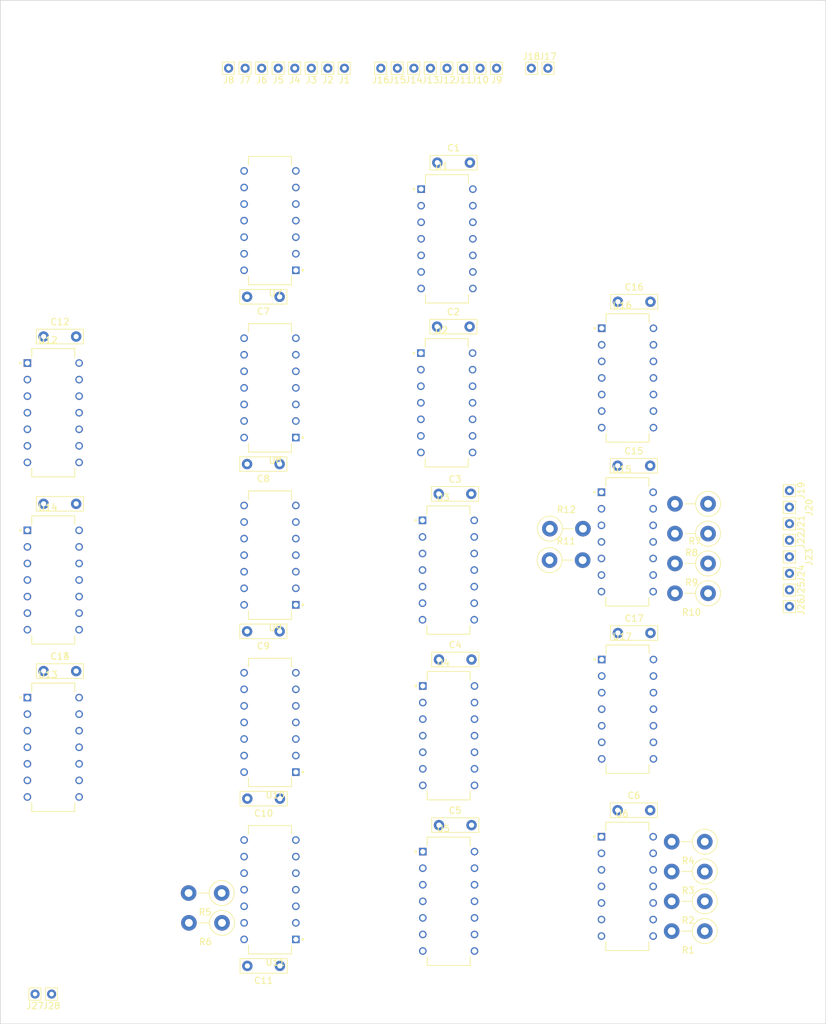
<source format=kicad_pcb>
(kicad_pcb (version 20211014) (generator pcbnew)
  (layers (0 "F.Cu" signal) (31 "B.Cu" signal) (34 "B.Paste" user) (35 "F.Paste" user) (36 "B.SilkS" user "B.Silkscreen") (37 "F.SilkS" user "F.Silkscreen") (38 "B.Mask" user) (39 "F.Mask" user) (44 "Edge.Cuts" user))
  (net 0 "")
  (net 1 "GND")
  (net 2 "+5V")
  (net 3 "Net-(J1-Pad1)")
  (net 4 "Net-(J2-Pad1)")
  (net 5 "Net-(J3-Pad1)")
  (net 6 "Net-(J4-Pad1)")
  (net 7 "Net-(J5-Pad1)")
  (net 8 "Net-(J6-Pad1)")
  (net 9 "Net-(J7-Pad1)")
  (net 10 "Net-(J8-Pad1)")
  (net 11 "Net-(J9-Pad1)")
  (net 12 "Net-(J10-Pad1)")
  (net 13 "Net-(J11-Pad1)")
  (net 14 "Net-(J12-Pad1)")
  (net 15 "Net-(J13-Pad1)")
  (net 16 "Net-(J14-Pad1)")
  (net 17 "Net-(J15-Pad1)")
  (net 18 "Net-(J16-Pad1)")
  (net 19 "Net-(J17-Pad1)")
  (net 20 "Net-(J18-Pad1)")
  (net 21 "Net-(J19-Pad1)")
  (net 22 "Net-(J20-Pad1)")
  (net 23 "Net-(J21-Pad1)")
  (net 24 "Net-(J22-Pad1)")
  (net 25 "Net-(J23-Pad1)")
  (net 26 "Net-(J24-Pad1)")
  (net 27 "Net-(J25-Pad1)")
  (net 28 "Net-(J26-Pad1)")
  (net 29 "Net-(R1-Pad2)")
  (net 30 "Net-(R2-Pad2)")
  (net 31 "Net-(R3-Pad2)")
  (net 32 "Net-(R4-Pad2)")
  (net 33 "Net-(R5-Pad1)")
  (net 34 "Net-(R6-Pad1)")
  (net 35 "Net-(R7-Pad2)")
  (net 36 "Net-(R8-Pad2)")
  (net 37 "Net-(R9-Pad2)")
  (net 38 "Net-(R10-Pad2)")
  (net 39 "Net-(R11-Pad2)")
  (net 40 "Net-(R12-Pad2)")
  (net 41 "Net-(U1-Pad3)")
  (net 42 "Net-(U1-Pad6)")
  (net 43 "Net-(U1-Pad13)")
  (net 44 "Net-(U1-Pad11)")
  (net 45 "Net-(U1-Pad12)")
  (net 46 "Net-(U2-Pad3)")
  (net 47 "Net-(U2-Pad10)")
  (net 48 "Net-(U16-Pad9)")
  (net 49 "Net-(U14-Pad2)")
  (net 50 "Net-(U2-Pad11)")
  (net 51 "Net-(U14-Pad4)")
  (net 52 "Net-(U3-Pad2)")
  (net 53 "Net-(U16-Pad12)")
  (net 54 "Net-(U3-Pad8)")
  (net 55 "Net-(U3-Pad11)")
  (net 56 "Net-(U14-Pad6)")
  (net 57 "Net-(U17-Pad1)")
  (net 58 "Net-(U10-Pad2)")
  (net 59 "Net-(U4-Pad13)")
  (net 60 "Net-(U17-Pad4)")
  (net 61 "Net-(U10-Pad10)")
  (net 62 "Net-(U10-Pad13)")
  (net 63 "Net-(U5-Pad10)")
  (net 64 "Net-(U17-Pad9)")
  (net 65 "Net-(U11-Pad10)")
  (net 66 "Net-(U6-Pad3)")
  (net 67 "Net-(U14-Pad12)")
  (net 68 "Net-(U17-Pad12)")
  (net 71 "Net-(U12-Pad1)")
  (net 72 "Net-(U12-Pad2)")
  (net 73 "Net-(U12-Pad13)")
  (net 74 "Net-(U12-Pad3)")
  (net 75 "Net-(U12-Pad4)")
  (net 76 "Net-(U12-Pad5)")
  (net 77 "Net-(U12-Pad9)")
  (net 78 "Net-(U12-Pad10)")
  (net 79 "Net-(U12-Pad11)")
  (net 80 "Net-(U13-Pad1)")
  (net 81 "Net-(U13-Pad2)")
  (net 82 "Net-(U10-Pad3)")
  (net 83 "Net-(U10-Pad6)")
  (net 84 "Net-(U10-Pad8)")
  (net 85 "Net-(U10-Pad11)")
  (net 86 "Net-(U11-Pad3)")
  (net 87 "Net-(U11-Pad6)")
  (net 88 "Net-(U11-Pad8)")
  (net 90 "Net-(U12-Pad6)")
  (net 91 "Net-(U12-Pad8)")
  (net 92 "Net-(U12-Pad12)")
  (net 93 "Net-(U13-Pad6)")
  (net 94 "Net-(U13-Pad8)")
  (net 95 "Net-(U13-Pad12)")
  (net 96 "Net-(U15-Pad3)")
  (footprint "Capacitor_THT:C_Rect_L7.0mm_W2.0mm_P5.00mm" (layer "F.Cu") (at 113.03 206.502 180)
    (fp_text reference "C11" (at 2.5 -2.25) (layer "F.SilkS"))
    (fp_text value "C")
    (pad "1" thru_hole circle (at 0 0 180) (size 1.6 1.6) (drill 0.8) (layers *.Cu *.Mask) (net 1 "GND"))
    (pad "2" thru_hole circle (at 5 0 180) (size 1.6 1.6) (drill 0.8) (layers *.Cu *.Mask) (net 2 "+5V"))
  )
  (footprint "Connector_Pin:Pin_D0.7mm_L6.5mm_W1.8mm_FlatFork" (layer "F.Cu") (at 117.856 68.834)
    (fp_text reference "J3" (at 0 1.8) (layer "F.SilkS"))
    (fp_text value "A3")
    (pad "1" thru_hole circle (at 0 0) (size 1.4 1.4) (drill 0.7) (layers *.Cu *.Mask) (net 5 "Net-(J3-Pad1)"))
  )
  (footprint "Connector_Pin:Pin_D0.7mm_L6.5mm_W1.8mm_FlatFork" (layer "F.Cu") (at 131.064 68.834)
    (fp_text reference "J15" (at 0 1.8) (layer "F.SilkS"))
    (fp_text value "B7")
    (pad "1" thru_hole circle (at 0 0) (size 1.4 1.4) (drill 0.7) (layers *.Cu *.Mask) (net 17 "Net-(J15-Pad1)"))
  )
  (footprint "Capacitor_THT:C_Rect_L7.0mm_W2.0mm_P5.00mm" (layer "F.Cu") (at 164.886 129.794)
    (fp_text reference "C15" (at 2.5 -2.25) (layer "F.SilkS"))
    (fp_text value "C")
    (pad "1" thru_hole circle (at 0 0) (size 1.6 1.6) (drill 0.8) (layers *.Cu *.Mask) (net 1 "GND"))
    (pad "2" thru_hole circle (at 5 0) (size 1.6 1.6) (drill 0.8) (layers *.Cu *.Mask) (net 2 "+5V"))
  )
  (footprint "Resistor_THT:R_Axial_DIN0411_L9.9mm_D3.6mm_P5.08mm_Vertical" (layer "F.Cu") (at 104.094 195.326 180)
    (fp_text reference "R5" (at 2.54 -2.92) (layer "F.SilkS"))
    (fp_text value "R")
    (pad "1" thru_hole circle (at 0 0 180) (size 2.4 2.4) (drill 1.2) (layers *.Cu *.Mask) (net 33 "Net-(R5-Pad1)"))
    (pad "2" thru_hole oval (at 5.08 0 180) (size 2.4 2.4) (drill 1.2) (layers *.Cu *.Mask) (net 1 "GND"))
  )
  (footprint "footprints:DIP794W45P254L1969H508Q14" (layer "F.Cu") (at 138.684 94.996)
    (fp_text reference "U1" (at -0.825 -11.135) (layer "F.SilkS"))
    (fp_text value "SN74HC86N")
    (pad "1" thru_hole rect locked (at -3.97 -7.62) (size 1.17 1.17) (drill 0.77) (layers *.Cu *.Mask) (net 3 "Net-(J1-Pad1)"))
    (pad "2" thru_hole circle locked (at -3.97 -5.08) (size 1.17 1.17) (drill 0.77) (layers *.Cu *.Mask) (net 11 "Net-(J9-Pad1)"))
    (pad "3" thru_hole circle locked (at -3.97 -2.54) (size 1.17 1.17) (drill 0.77) (layers *.Cu *.Mask) (net 41 "Net-(U1-Pad3)"))
    (pad "4" thru_hole circle locked (at -3.97 0) (size 1.17 1.17) (drill 0.77) (layers *.Cu *.Mask) (net 11 "Net-(J9-Pad1)"))
    (pad "5" thru_hole circle locked (at -3.97 2.54) (size 1.17 1.17) (drill 0.77) (layers *.Cu *.Mask) (net 20 "Net-(J18-Pad1)"))
    (pad "6" thru_hole circle locked (at -3.97 5.08) (size 1.17 1.17) (drill 0.77) (layers *.Cu *.Mask) (net 42 "Net-(U1-Pad6)"))
    (pad "7" thru_hole circle locked (at -3.97 7.62) (size 1.17 1.17) (drill 0.77) (layers *.Cu *.Mask) (net 1 "GND"))
    (pad "8" thru_hole circle locked (at 3.97 7.62) (size 1.17 1.17) (drill 0.77) (layers *.Cu *.Mask) (net 43 "Net-(U1-Pad13)"))
    (pad "9" thru_hole circle locked (at 3.97 5.08) (size 1.17 1.17) (drill 0.77) (layers *.Cu *.Mask) (net 4 "Net-(J2-Pad1)"))
    (pad "10" thru_hole circle locked (at 3.97 2.54) (size 1.17 1.17) (drill 0.77) (layers *.Cu *.Mask) (net 12 "Net-(J10-Pad1)"))
    (pad "11" thru_hole circle locked (at 3.97 0) (size 1.17 1.17) (drill 0.77) (layers *.Cu *.Mask) (net 44 "Net-(U1-Pad11)"))
    (pad "12" thru_hole circle locked (at 3.97 -2.54) (size 1.17 1.17) (drill 0.77) (layers *.Cu *.Mask) (net 45 "Net-(U1-Pad12)"))
    (pad "13" thru_hole circle locked (at 3.97 -5.08) (size 1.17 1.17) (drill 0.77) (layers *.Cu *.Mask) (net 43 "Net-(U1-Pad13)"))
    (pad "14" thru_hole circle locked (at 3.97 -7.62) (size 1.17 1.17) (drill 0.77) (layers *.Cu *.Mask) (net 2 "+5V"))
  )
  (footprint "Connector_Pin:Pin_D0.7mm_L6.5mm_W1.8mm_FlatFork" (layer "F.Cu") (at 191.262 148.844 90)
    (fp_text reference "J25" (at 0 1.8 90) (layer "F.SilkS"))
    (fp_text value "O7")
    (pad "1" thru_hole circle (at 0 0 90) (size 1.4 1.4) (drill 0.7) (layers *.Cu *.Mask) (net 27 "Net-(J25-Pad1)"))
  )
  (footprint "Capacitor_THT:C_Rect_L7.0mm_W2.0mm_P5.00mm" (layer "F.Cu") (at 76.748 109.982)
    (fp_text reference "C12" (at 2.5 -2.25) (layer "F.SilkS"))
    (fp_text value "C")
    (pad "1" thru_hole circle (at 0 0) (size 1.6 1.6) (drill 0.8) (layers *.Cu *.Mask) (net 1 "GND"))
    (pad "2" thru_hole circle (at 5 0) (size 1.6 1.6) (drill 0.8) (layers *.Cu *.Mask) (net 2 "+5V"))
  )
  (footprint "footprints:DIP794W45P254L1969H508Q14" (layer "F.Cu") (at 138.898 145.796)
    (fp_text reference "U3" (at -0.825 -11.135) (layer "F.SilkS"))
    (fp_text value "SN74HC86N")
    (pad "1" thru_hole rect locked (at -3.97 -7.62) (size 1.17 1.17) (drill 0.77) (layers *.Cu *.Mask) (net 51 "Net-(U14-Pad4)"))
    (pad "2" thru_hole circle locked (at -3.97 -5.08) (size 1.17 1.17) (drill 0.77) (layers *.Cu *.Mask) (net 52 "Net-(U3-Pad2)"))
    (pad "3" thru_hole circle locked (at -3.97 -2.54) (size 1.17 1.17) (drill 0.77) (layers *.Cu *.Mask) (net 53 "Net-(U16-Pad12)"))
    (pad "4" thru_hole circle locked (at -3.97 0) (size 1.17 1.17) (drill 0.77) (layers *.Cu *.Mask) (net 6 "Net-(J4-Pad1)"))
    (pad "5" thru_hole circle locked (at -3.97 2.54) (size 1.17 1.17) (drill 0.77) (layers *.Cu *.Mask) (net 14 "Net-(J12-Pad1)"))
    (pad "6" thru_hole circle locked (at -3.97 5.08) (size 1.17 1.17) (drill 0.77) (layers *.Cu *.Mask) (net 52 "Net-(U3-Pad2)"))
    (pad "7" thru_hole circle locked (at -3.97 7.62) (size 1.17 1.17) (drill 0.77) (layers *.Cu *.Mask) (net 1 "GND"))
    (pad "8" thru_hole circle locked (at 3.97 7.62) (size 1.17 1.17) (drill 0.77) (layers *.Cu *.Mask) (net 54 "Net-(U3-Pad8)"))
    (pad "9" thru_hole circle locked (at 3.97 5.08) (size 1.17 1.17) (drill 0.77) (layers *.Cu *.Mask) (net 14 "Net-(J12-Pad1)"))
    (pad "10" thru_hole circle locked (at 3.97 2.54) (size 1.17 1.17) (drill 0.77) (layers *.Cu *.Mask) (net 20 "Net-(J18-Pad1)"))
    (pad "11" thru_hole circle locked (at 3.97 0) (size 1.17 1.17) (drill 0.77) (layers *.Cu *.Mask) (net 55 "Net-(U3-Pad11)"))
    (pad "12" thru_hole circle locked (at 3.97 -2.54) (size 1.17 1.17) (drill 0.77) (layers *.Cu *.Mask) (net 7 "Net-(J5-Pad1)"))
    (pad "13" thru_hole circle locked (at 3.97 -5.08) (size 1.17 1.17) (drill 0.77) (layers *.Cu *.Mask) (net 15 "Net-(J13-Pad1)"))
    (pad "14" thru_hole circle locked (at 3.97 -7.62) (size 1.17 1.17) (drill 0.77) (layers *.Cu *.Mask) (net 2 "+5V"))
  )
  (footprint "Connector_Pin:Pin_D0.7mm_L6.5mm_W1.8mm_FlatFork" (layer "F.Cu") (at 107.696 68.834)
    (fp_text reference "J7" (at 0 1.8) (layer "F.SilkS"))
    (fp_text value "A7")
    (pad "1" thru_hole circle (at 0 0) (size 1.4 1.4) (drill 0.7) (layers *.Cu *.Mask) (net 9 "Net-(J7-Pad1)"))
  )
  (footprint "Capacitor_THT:C_Rect_L7.0mm_W2.0mm_P5.00mm" (layer "F.Cu") (at 164.926 155.448)
    (fp_text reference "C17" (at 2.5 -2.25) (layer "F.SilkS"))
    (fp_text value "C")
    (pad "1" thru_hole circle (at 0 0) (size 1.6 1.6) (drill 0.8) (layers *.Cu *.Mask) (net 1 "GND"))
    (pad "2" thru_hole circle (at 5 0) (size 1.6 1.6) (drill 0.8) (layers *.Cu *.Mask) (net 2 "+5V"))
  )
  (footprint "footprints:DIP794W45P254L1969H508Q14" (layer "F.Cu") (at 166.41 167.132)
    (fp_text reference "U17" (at -0.825 -11.135) (layer "F.SilkS"))
    (fp_text value "SN74HC08N")
    (pad "1" thru_hole rect locked (at -3.97 -7.62) (size 1.17 1.17) (drill 0.77) (layers *.Cu *.Mask) (net 57 "Net-(U17-Pad1)"))
    (pad "2" thru_hole circle locked (at -3.97 -5.08) (size 1.17 1.17) (drill 0.77) (layers *.Cu *.Mask) (net 96 "Net-(U15-Pad3)"))
    (pad "3" thru_hole circle locked (at -3.97 -2.54) (size 1.17 1.17) (drill 0.77) (layers *.Cu *.Mask) (net 25 "Net-(J23-Pad1)"))
    (pad "4" thru_hole circle locked (at -3.97 0) (size 1.17 1.17) (drill 0.77) (layers *.Cu *.Mask) (net 60 "Net-(U17-Pad4)"))
    (pad "5" thru_hole circle locked (at -3.97 2.54) (size 1.17 1.17) (drill 0.77) (layers *.Cu *.Mask) (net 96 "Net-(U15-Pad3)"))
    (pad "6" thru_hole circle locked (at -3.97 5.08) (size 1.17 1.17) (drill 0.77) (layers *.Cu *.Mask) (net 26 "Net-(J24-Pad1)"))
    (pad "7" thru_hole circle locked (at -3.97 7.62) (size 1.17 1.17) (drill 0.77) (layers *.Cu *.Mask) (net 1 "GND"))
    (pad "8" thru_hole circle locked (at 3.97 7.62) (size 1.17 1.17) (drill 0.77) (layers *.Cu *.Mask) (net 27 "Net-(J25-Pad1)"))
    (pad "9" thru_hole circle locked (at 3.97 5.08) (size 1.17 1.17) (drill 0.77) (layers *.Cu *.Mask) (net 64 "Net-(U17-Pad9)"))
    (pad "10" thru_hole circle locked (at 3.97 2.54) (size 1.17 1.17) (drill 0.77) (layers *.Cu *.Mask) (net 96 "Net-(U15-Pad3)"))
    (pad "11" thru_hole circle locked (at 3.97 0) (size 1.17 1.17) (drill 0.77) (layers *.Cu *.Mask) (net 28 "Net-(J26-Pad1)"))
    (pad "12" thru_hole circle locked (at 3.97 -2.54) (size 1.17 1.17) (drill 0.77) (layers *.Cu *.Mask) (net 68 "Net-(U17-Pad12)"))
    (pad "13" thru_hole circle locked (at 3.97 -5.08) (size 1.17 1.17) (drill 0.77) (layers *.Cu *.Mask) (net 96 "Net-(U15-Pad3)"))
    (pad "14" thru_hole circle locked (at 3.97 -7.62) (size 1.17 1.17) (drill 0.77) (layers *.Cu *.Mask) (net 2 "+5V"))
  )
  (footprint "Connector_Pin:Pin_D0.7mm_L6.5mm_W1.8mm_FlatFork" (layer "F.Cu") (at 191.262 151.384 90)
    (fp_text reference "J26" (at 0 1.8 90) (layer "F.SilkS"))
    (fp_text value "O8")
    (pad "1" thru_hole circle (at 0 0 90) (size 1.4 1.4) (drill 0.7) (layers *.Cu *.Mask) (net 28 "Net-(J26-Pad1)"))
  )
  (footprint "Connector_Pin:Pin_D0.7mm_L6.5mm_W1.8mm_FlatFork" (layer "F.Cu") (at 110.236 68.834)
    (fp_text reference "J6" (at 0 1.8) (layer "F.SilkS"))
    (fp_text value "A6")
    (pad "1" thru_hole circle (at 0 0) (size 1.4 1.4) (drill 0.7) (layers *.Cu *.Mask) (net 8 "Net-(J6-Pad1)"))
  )
  (footprint "Connector_Pin:Pin_D0.7mm_L6.5mm_W1.8mm_FlatFork" (layer "F.Cu") (at 143.764 68.834)
    (fp_text reference "J10" (at 0 1.8) (layer "F.SilkS"))
    (fp_text value "B2")
    (pad "1" thru_hole circle (at 0 0) (size 1.4 1.4) (drill 0.7) (layers *.Cu *.Mask) (net 12 "Net-(J10-Pad1)"))
  )
  (footprint "footprints:DIP794W45P254L1969H508Q14" (layer "F.Cu") (at 111.506 194.818 180)
    (fp_text reference "U11" (at -0.825 -11.135) (layer "F.SilkS"))
    (fp_text value "SN74HC08N")
    (pad "1" thru_hole rect locked (at -3.97 -7.62 180) (size 1.17 1.17) (drill 0.77) (layers *.Cu *.Mask) (net 9 "Net-(J7-Pad1)"))
    (pad "2" thru_hole circle locked (at -3.97 -5.08 180) (size 1.17 1.17) (drill 0.77) (layers *.Cu *.Mask) (net 17 "Net-(J15-Pad1)"))
    (pad "3" thru_hole circle locked (at -3.97 -2.54 180) (size 1.17 1.17) (drill 0.77) (layers *.Cu *.Mask) (net 86 "Net-(U11-Pad3)"))
    (pad "4" thru_hole circle locked (at -3.97 0 180) (size 1.17 1.17) (drill 0.77) (layers *.Cu *.Mask) (net 65 "Net-(U11-Pad10)"))
    (pad "5" thru_hole circle locked (at -3.97 2.54 180) (size 1.17 1.17) (drill 0.77) (layers *.Cu *.Mask) (net 17 "Net-(J15-Pad1)"))
    (pad "6" thru_hole circle locked (at -3.97 5.08 180) (size 1.17 1.17) (drill 0.77) (layers *.Cu *.Mask) (net 87 "Net-(U11-Pad6)"))
    (pad "7" thru_hole circle locked (at -3.97 7.62 180) (size 1.17 1.17) (drill 0.77) (layers *.Cu *.Mask) (net 1 "GND"))
    (pad "8" thru_hole circle locked (at 3.97 7.62 180) (size 1.17 1.17) (drill 0.77) (layers *.Cu *.Mask) (net 88 "Net-(U11-Pad8)"))
    (pad "9" thru_hole circle locked (at 3.97 5.08 180) (size 1.17 1.17) (drill 0.77) (layers *.Cu *.Mask) (net 9 "Net-(J7-Pad1)"))
    (pad "10" thru_hole circle locked (at 3.97 2.54 180) (size 1.17 1.17) (drill 0.77) (layers *.Cu *.Mask) (net 65 "Net-(U11-Pad10)"))
    (pad "11" thru_hole circle locked (at 3.97 0 180) (size 1.17 1.17) (drill 0.77) (layers *.Cu *.Mask))
    (pad "12" thru_hole circle locked (at 3.97 -2.54 180) (size 1.17 1.17) (drill 0.77) (layers *.Cu *.Mask) (net 33 "Net-(R5-Pad1)"))
    (pad "13" thru_hole circle locked (at 3.97 -5.08 180) (size 1.17 1.17) (drill 0.77) (layers *.Cu *.Mask) (net 34 "Net-(R6-Pad1)"))
    (pad "14" thru_hole circle locked (at 3.97 -7.62 180) (size 1.17 1.17) (drill 0.77) (layers *.Cu *.Mask) (net 2 "+5V"))
  )
  (footprint "Connector_Pin:Pin_D0.7mm_L6.5mm_W1.8mm_FlatFork" (layer "F.Cu") (at 151.638 68.834 180)
    (fp_text reference "J18" (at 0 1.8) (layer "F.SilkS"))
    (fp_text value "DIFF")
    (pad "1" thru_hole circle (at 0.008 0 180) (size 1.4 1.4) (drill 0.7) (layers *.Cu *.Mask) (net 20 "Net-(J18-Pad1)"))
  )
  (footprint "Connector_Pin:Pin_D0.7mm_L6.5mm_W1.8mm_FlatFork" (layer "F.Cu") (at 191.262 143.764 90)
    (fp_text reference "J23" (at -0.05 3.01 90) (layer "F.SilkS"))
    (fp_text value "O5")
    (pad "1" thru_hole circle (at 0 0 90) (size 1.4 1.4) (drill 0.7) (layers *.Cu *.Mask) (net 25 "Net-(J23-Pad1)"))
  )
  (footprint "Capacitor_THT:C_Rect_L7.0mm_W2.0mm_P5.00mm" (layer "F.Cu") (at 76.748 161.29)
    (fp_text reference "C13" (at 2.5 -2.25) (layer "F.SilkS"))
    (fp_text value "C")
    (pad "1" thru_hole circle (at 0 0) (size 1.6 1.6) (drill 0.8) (layers *.Cu *.Mask) (net 1 "GND"))
    (pad "2" thru_hole circle (at 5 0) (size 1.6 1.6) (drill 0.8) (layers *.Cu *.Mask) (net 2 "+5V"))
  )
  (footprint "Resistor_THT:R_Axial_DIN0411_L9.9mm_D3.6mm_P5.08mm_Vertical" (layer "F.Cu") (at 178.262 187.452 180)
    (fp_text reference "R4" (at 2.54 -2.92) (layer "F.SilkS"))
    (fp_text value "R")
    (pad "1" thru_hole circle (at 0 0 180) (size 2.4 2.4) (drill 1.2) (layers *.Cu *.Mask) (net 1 "GND"))
    (pad "2" thru_hole oval (at 5.08 0 180) (size 2.4 2.4) (drill 1.2) (layers *.Cu *.Mask) (net 32 "Net-(R4-Pad2)"))
  )
  (footprint "Resistor_THT:R_Axial_DIN0411_L9.9mm_D3.6mm_P5.08mm_Vertical" (layer "F.Cu") (at 178.262 201.168 180)
    (fp_text reference "R1" (at 2.54 -2.92) (layer "F.SilkS"))
    (fp_text value "R")
    (pad "1" thru_hole circle (at 0 0 180) (size 2.4 2.4) (drill 1.2) (layers *.Cu *.Mask) (net 1 "GND"))
    (pad "2" thru_hole oval (at 5.08 0 180) (size 2.4 2.4) (drill 1.2) (layers *.Cu *.Mask) (net 29 "Net-(R1-Pad2)"))
  )
  (footprint "Connector_Pin:Pin_D0.7mm_L6.5mm_W1.8mm_FlatFork" (layer "F.Cu") (at 115.316 68.834)
    (fp_text reference "J4" (at 0 1.8) (layer "F.SilkS"))
    (fp_text value "A4")
    (pad "1" thru_hole circle (at 0 0) (size 1.4 1.4) (drill 0.7) (layers *.Cu *.Mask) (net 6 "Net-(J4-Pad1)"))
  )
  (footprint "Resistor_THT:R_Axial_DIN0411_L9.9mm_D3.6mm_P5.08mm_Vertical" (layer "F.Cu") (at 178.262 196.596 180)
    (fp_text reference "R2" (at 2.54 -2.92) (layer "F.SilkS"))
    (fp_text value "R")
    (pad "1" thru_hole circle (at 0 0 180) (size 2.4 2.4) (drill 1.2) (layers *.Cu *.Mask) (net 1 "GND"))
    (pad "2" thru_hole oval (at 5.08 0 180) (size 2.4 2.4) (drill 1.2) (layers *.Cu *.Mask) (net 30 "Net-(R2-Pad2)"))
  )
  (footprint "footprints:DIP794W45P254L1969H508Q14" (layer "F.Cu") (at 166.37 194.31)
    (fp_text reference "U6" (at -0.825 -11.135) (layer "F.SilkS"))
    (fp_text value "SN74HC86N")
    (pad "1" thru_hole rect locked (at -3.97 -7.62) (size 1.17 1.17) (drill 0.77) (layers *.Cu *.Mask) (net 18 "Net-(J16-Pad1)"))
    (pad "2" thru_hole circle locked (at -3.97 -5.08) (size 1.17 1.17) (drill 0.77) (layers *.Cu *.Mask) (net 10 "Net-(J8-Pad1)"))
    (pad "3" thru_hole circle locked (at -3.97 -2.54) (size 1.17 1.17) (drill 0.77) (layers *.Cu *.Mask) (net 66 "Net-(U6-Pad3)"))
    (pad "4" thru_hole circle locked (at -3.97 0) (size 1.17 1.17) (drill 0.77) (layers *.Cu *.Mask) (net 67 "Net-(U14-Pad12)"))
    (pad "5" thru_hole circle locked (at -3.97 2.54) (size 1.17 1.17) (drill 0.77) (layers *.Cu *.Mask) (net 66 "Net-(U6-Pad3)"))
    (pad "6" thru_hole circle locked (at -3.97 5.08) (size 1.17 1.17) (drill 0.77) (layers *.Cu *.Mask) (net 68 "Net-(U17-Pad12)"))
    (pad "7" thru_hole circle locked (at -3.97 7.62) (size 1.17 1.17) (drill 0.77) (layers *.Cu *.Mask) (net 1 "GND"))
    (pad "8" thru_hole circle locked (at 3.97 7.62) (size 1.17 1.17) (drill 0.77) (layers *.Cu *.Mask))
    (pad "9" thru_hole circle locked (at 3.97 5.08) (size 1.17 1.17) (drill 0.77) (layers *.Cu *.Mask) (net 29 "Net-(R1-Pad2)"))
    (pad "10" thru_hole circle locked (at 3.97 2.54) (size 1.17 1.17) (drill 0.77) (layers *.Cu *.Mask) (net 30 "Net-(R2-Pad2)"))
    (pad "11" thru_hole circle locked (at 3.97 0) (size 1.17 1.17) (drill 0.77) (layers *.Cu *.Mask))
    (pad "12" thru_hole circle locked (at 3.97 -2.54) (size 1.17 1.17) (drill 0.77) (layers *.Cu *.Mask) (net 31 "Net-(R3-Pad2)"))
    (pad "13" thru_hole circle locked (at 3.97 -5.08) (size 1.17 1.17) (drill 0.77) (layers *.Cu *.Mask) (net 32 "Net-(R4-Pad2)"))
    (pad "14" thru_hole circle locked (at 3.97 -7.62) (size 1.17 1.17) (drill 0.77) (layers *.Cu *.Mask) (net 2 "+5V"))
  )
  (footprint "footprints:DIP794W45P254L1969H508Q14" (layer "F.Cu") (at 138.938 196.596)
    (fp_text reference "U5" (at -0.825 -11.135) (layer "F.SilkS"))
    (fp_text value "SN74HC86N")
    (pad "1" thru_hole rect locked (at -3.97 -7.62) (size 1.17 1.17) (drill 0.77) (layers *.Cu *.Mask) (net 16 "Net-(J14-Pad1)"))
    (pad "2" thru_hole circle locked (at -3.97 -5.08) (size 1.17 1.17) (drill 0.77) (layers *.Cu *.Mask) (net 20 "Net-(J18-Pad1)"))
    (pad "3" thru_hole circle locked (at -3.97 -2.54) (size 1.17 1.17) (drill 0.77) (layers *.Cu *.Mask) (net 62 "Net-(U10-Pad13)"))
    (pad "4" thru_hole circle locked (at -3.97 0) (size 1.17 1.17) (drill 0.77) (layers *.Cu *.Mask) (net 9 "Net-(J7-Pad1)"))
    (pad "5" thru_hole circle locked (at -3.97 2.54) (size 1.17 1.17) (drill 0.77) (layers *.Cu *.Mask) (net 17 "Net-(J15-Pad1)"))
    (pad "6" thru_hole circle locked (at -3.97 5.08) (size 1.17 1.17) (drill 0.77) (layers *.Cu *.Mask) (net 63 "Net-(U5-Pad10)"))
    (pad "7" thru_hole circle locked (at -3.97 7.62) (size 1.17 1.17) (drill 0.77) (layers *.Cu *.Mask) (net 1 "GND"))
    (pad "8" thru_hole circle locked (at 3.97 7.62) (size 1.17 1.17) (drill 0.77) (layers *.Cu *.Mask) (net 64 "Net-(U17-Pad9)"))
    (pad "9" thru_hole circle locked (at 3.97 5.08) (size 1.17 1.17) (drill 0.77) (layers *.Cu *.Mask) (net 17 "Net-(J15-Pad1)"))
    (pad "10" thru_hole circle locked (at 3.97 2.54) (size 1.17 1.17) (drill 0.77) (layers *.Cu *.Mask) (net 63 "Net-(U5-Pad10)"))
    (pad "11" thru_hole circle locked (at 3.97 0) (size 1.17 1.17) (drill 0.77) (layers *.Cu *.Mask) (net 65 "Net-(U11-Pad10)"))
    (pad "12" thru_hole circle locked (at 3.97 -2.54) (size 1.17 1.17) (drill 0.77) (layers *.Cu *.Mask) (net 17 "Net-(J15-Pad1)"))
    (pad "13" thru_hole circle locked (at 3.97 -5.08) (size 1.17 1.17) (drill 0.77) (layers *.Cu *.Mask) (net 20 "Net-(J18-Pad1)"))
    (pad "14" thru_hole circle locked (at 3.97 -7.62) (size 1.17 1.17) (drill 0.77) (layers *.Cu *.Mask) (net 2 "+5V"))
  )
  (footprint "Resistor_THT:R_Axial_DIN0411_L9.9mm_D3.6mm_P5.08mm_Vertical" (layer "F.Cu") (at 178.262 192.024 180)
    (fp_text reference "R3" (at 2.54 -2.92) (layer "F.SilkS"))
    (fp_text value "R")
    (pad "1" thru_hole circle (at 0 0 180) (size 2.4 2.4) (drill 1.2) (layers *.Cu *.Mask) (net 1 "GND"))
    (pad "2" thru_hole oval (at 5.08 0 180) (size 2.4 2.4) (drill 1.2) (layers *.Cu *.Mask) (net 31 "Net-(R3-Pad2)"))
  )
  (footprint "footprints:DIP794W45P254L1969H508Q14" (layer "F.Cu") (at 78.232 172.974)
    (fp_text reference "U13" (at -0.825 -11.135) (layer "F.SilkS"))
    (fp_text value "SN74HC27N")
    (pad "1" thru_hole rect locked (at -3.97 -7.62) (size 1.17 1.17) (drill 0.77) (layers *.Cu *.Mask) (net 80 "Net-(U13-Pad1)"))
    (pad "2" thru_hole circle locked (at -3.97 -5.08) (size 1.17 1.17) (drill 0.77) (layers *.Cu *.Mask) (net 81 "Net-(U13-Pad2)"))
    (pad "3" thru_hole circle locked (at -3.97 -2.54) (size 1.17 1.17) (drill 0.77) (layers *.Cu *.Mask) (net 83 "Net-(U10-Pad6)"))
    (pad "4" thru_hole circle locked (at -3.97 0) (size 1.17 1.17) (drill 0.77) (layers *.Cu *.Mask) (net 84 "Net-(U10-Pad8)"))
    (pad "5" thru_hole circle locked (at -3.97 2.54) (size 1.17 1.17) (drill 0.77) (layers *.Cu *.Mask) (net 85 "Net-(U10-Pad11)"))
    (pad "6" thru_hole circle locked (at -3.97 5.08) (size 1.17 1.17) (drill 0.77) (layers *.Cu *.Mask) (net 93 "Net-(U13-Pad6)"))
    (pad "7" thru_hole circle locked (at -3.97 7.62) (size 1.17 1.17) (drill 0.77) (layers *.Cu *.Mask) (net 1 "GND"))
    (pad "8" thru_hole circle locked (at 3.97 7.62) (size 1.17 1.17) (drill 0.77) (layers *.Cu *.Mask) (net 94 "Net-(U13-Pad8)"))
    (pad "9" thru_hole circle locked (at 3.97 5.08) (size 1.17 1.17) (drill 0.77) (layers *.Cu *.Mask) (net 86 "Net-(U11-Pad3)"))
    (pad "10" thru_hole circle locked (at 3.97 2.54) (size 1.17 1.17) (drill 0.77) (layers *.Cu *.Mask) (net 87 "Net-(U11-Pad6)"))
    (pad "11" thru_hole circle locked (at 3.97 0) (size 1.17 1.17) (drill 0.77) (layers *.Cu *.Mask) (net 88 "Net-(U11-Pad8)"))
    (pad "12" thru_hole circle locked (at 3.97 -2.54) (size 1.17 1.17) (drill 0.77) (layers *.Cu *.Mask) (net 95 "Net-(U13-Pad12)"))
    (pad "13" thru_hole circle locked (at 3.97 -5.08) (size 1.17 1.17) (drill 0.77) (layers *.Cu *.Mask) (net 82 "Net-(U10-Pad3)"))
    (pad "14" thru_hole circle locked (at 3.97 -7.62) (size 1.17 1.17) (drill 0.77) (layers *.Cu *.Mask) (net 2 "+5V"))
  )
  (footprint "Connector_Pin:Pin_D0.7mm_L6.5mm_W1.8mm_FlatFork" (layer "F.Cu") (at 191.262 136.144 90)
    (fp_text reference "J20" (at -0.05 3.01 90) (layer "F.SilkS"))
    (fp_text value "O2")
    (pad "1" thru_hole circle (at 0 0 90) (size 1.4 1.4) (drill 0.7) (layers *.Cu *.Mask) (net 22 "Net-(J20-Pad1)"))
  )
  (footprint "Connector_Pin:Pin_D0.7mm_L6.5mm_W1.8mm_FlatFork" (layer "F.Cu") (at 191.262 141.224 90)
    (fp_text reference "J22" (at 0 1.8 90) (layer "F.SilkS"))
    (fp_text value "O4")
    (pad "1" thru_hole circle (at 0 0 90) (size 1.4 1.4) (drill 0.7) (layers *.Cu *.Mask) (net 24 "Net-(J22-Pad1)"))
  )
  (footprint "Connector_Pin:Pin_D0.7mm_L6.5mm_W1.8mm_FlatFork" (layer "F.Cu") (at 112.776 68.834)
    (fp_text reference "J5" (at 0 1.8) (layer "F.SilkS"))
    (fp_text value "A5")
    (pad "1" thru_hole circle (at 0 0) (size 1.4 1.4) (drill 0.7) (layers *.Cu *.Mask) (net 7 "Net-(J5-Pad1)"))
  )
  (footprint "Connector_Pin:Pin_D0.7mm_L6.5mm_W1.8mm_FlatFork" (layer "F.Cu") (at 136.144 68.834)
    (fp_text reference "J13" (at 0 1.8) (layer "F.SilkS"))
    (fp_text value "B5")
    (pad "1" thru_hole circle (at 0 0) (size 1.4 1.4) (drill 0.7) (layers *.Cu *.Mask) (net 15 "Net-(J13-Pad1)"))
  )
  (footprint "Resistor_THT:R_Axial_DIN0411_L9.9mm_D3.6mm_P5.08mm_Vertical" (layer "F.Cu") (at 178.77 144.78 180)
    (fp_text reference "R9" (at 2.54 -2.92) (layer "F.SilkS"))
    (fp_text value "R")
    (pad "1" thru_hole circle (at 0 0 180) (size 2.4 2.4) (drill 1.2) (layers *.Cu *.Mask) (net 1 "GND"))
    (pad "2" thru_hole oval (at 5.08 0 180) (size 2.4 2.4) (drill 1.2) (layers *.Cu *.Mask) (net 37 "Net-(R9-Pad2)"))
  )
  (footprint "Resistor_THT:R_Axial_DIN0411_L9.9mm_D3.6mm_P5.08mm_Vertical" (layer "F.Cu") (at 178.77 140.208 180)
    (fp_text reference "R8" (at 2.54 -2.92) (layer "F.SilkS"))
    (fp_text value "R")
    (pad "1" thru_hole circle (at 0 0 180) (size 2.4 2.4) (drill 1.2) (layers *.Cu *.Mask) (net 1 "GND"))
    (pad "2" thru_hole oval (at 5.08 0 180) (size 2.4 2.4) (drill 1.2) (layers *.Cu *.Mask) (net 36 "Net-(R8-Pad2)"))
  )
  (footprint "footprints:DIP794W45P254L1969H508Q14" (layer "F.Cu") (at 138.938 171.196)
    (fp_text reference "U4" (at -0.825 -11.135) (layer "F.SilkS"))
    (fp_text value "SN74HC86N")
    (pad "1" thru_hole rect locked (at -3.97 -7.62) (size 1.17 1.17) (drill 0.77) (layers *.Cu *.Mask) (net 56 "Net-(U14-Pad6)"))
    (pad "2" thru_hole circle locked (at -3.97 -5.08) (size 1.17 1.17) (drill 0.77) (layers *.Cu *.Mask) (net 55 "Net-(U3-Pad11)"))
    (pad "3" thru_hole circle locked (at -3.97 -2.54) (size 1.17 1.17) (drill 0.77) (layers *.Cu *.Mask) (net 57 "Net-(U17-Pad1)"))
    (pad "4" thru_hole circle locked (at -3.97 0) (size 1.17 1.17) (drill 0.77) (layers *.Cu *.Mask) (net 15 "Net-(J13-Pad1)"))
    (pad "5" thru_hole circle locked (at -3.97 2.54) (size 1.17 1.17) (drill 0.77) (layers *.Cu *.Mask) (net 20 "Net-(J18-Pad1)"))
    (pad "6" thru_hole circle locked (at -3.97 5.08) (size 1.17 1.17) (drill 0.77) (layers *.Cu *.Mask) (net 58 "Net-(U10-Pad2)"))
    (pad "7" thru_hole circle locked (at -3.97 7.62) (size 1.17 1.17) (drill 0.77) (layers *.Cu *.Mask) (net 1 "GND"))
    (pad "8" thru_hole circle locked (at 3.97 7.62) (size 1.17 1.17) (drill 0.77) (layers *.Cu *.Mask) (net 59 "Net-(U4-Pad13)"))
    (pad "9" thru_hole circle locked (at 3.97 5.08) (size 1.17 1.17) (drill 0.77) (layers *.Cu *.Mask) (net 8 "Net-(J6-Pad1)"))
    (pad "10" thru_hole circle locked (at 3.97 2.54) (size 1.17 1.17) (drill 0.77) (layers *.Cu *.Mask) (net 16 "Net-(J14-Pad1)"))
    (pad "11" thru_hole circle locked (at 3.97 0) (size 1.17 1.17) (drill 0.77) (layers *.Cu *.Mask) (net 60 "Net-(U17-Pad4)"))
    (pad "12" thru_hole circle locked (at 3.97 -2.54) (size 1.17 1.17) (drill 0.77) (layers *.Cu *.Mask) (net 61 "Net-(U10-Pad10)"))
    (pad "13" thru_hole circle locked (at 3.97 -5.08) (size 1.17 1.17) (drill 0.77) (layers *.Cu *.Mask) (net 59 "Net-(U4-Pad13)"))
    (pad "14" thru_hole circle locked (at 3.97 -7.62) (size 1.17 1.17) (drill 0.77) (layers *.Cu *.Mask) (net 2 "+5V"))
  )
  (footprint "Connector_Pin:Pin_D0.7mm_L6.5mm_W1.8mm_FlatFork" (layer "F.Cu") (at 75.438 210.82)
    (fp_text reference "J27" (at 0 1.8) (layer "F.SilkS"))
    (fp_text value "1")
    (pad "1" thru_hole circle (at 0 0) (size 1.4 1.4) (drill 0.7) (layers *.Cu *.Mask) (net 1 "GND"))
  )
  (footprint "Capacitor_THT:C_Rect_L7.0mm_W2.0mm_P5.00mm" (layer "F.Cu") (at 137.2 83.312)
    (fp_text reference "C1" (at 2.5 -2.25) (layer "F.SilkS"))
    (fp_text value "C")
    (pad "1" thru_hole circle (at 0 0) (size 1.6 1.6) (drill 0.8) (layers *.Cu *.Mask) (net 1 "GND"))
    (pad "2" thru_hole circle (at 5 0) (size 1.6 1.6) (drill 0.8) (layers *.Cu *.Mask) (net 2 "+5V"))
  )
  (footprint "Resistor_THT:R_Axial_DIN0411_L9.9mm_D3.6mm_P5.08mm_Vertical" (layer "F.Cu") (at 154.432 144.272)
    (fp_text reference "R11" (at 2.54 -2.92) (layer "F.SilkS"))
    (fp_text value "R")
    (pad "1" thru_hole circle (at 0 0) (size 2.4 2.4) (drill 1.2) (layers *.Cu *.Mask) (net 1 "GND"))
    (pad "2" thru_hole oval (at 5.08 0) (size 2.4 2.4) (drill 1.2) (layers *.Cu *.Mask) (net 39 "Net-(R11-Pad2)"))
  )
  (footprint "footprints:DIP794W45P254L1969H508Q14" (layer "F.Cu") (at 138.644 120.142)
    (fp_text reference "U2" (at -0.825 -11.135) (layer "F.SilkS"))
    (fp_text value "SN74HC86N")
    (pad "1" thru_hole rect locked (at -3.97 -7.62) (size 1.17 1.17) (drill 0.77) (layers *.Cu *.Mask) (net 12 "Net-(J10-Pad1)"))
    (pad "2" thru_hole circle locked (at -3.97 -5.08) (size 1.17 1.17) (drill 0.77) (layers *.Cu *.Mask) (net 20 "Net-(J18-Pad1)"))
    (pad "3" thru_hole circle locked (at -3.97 -2.54) (size 1.17 1.17) (drill 0.77) (layers *.Cu *.Mask) (net 46 "Net-(U2-Pad3)"))
    (pad "4" thru_hole circle locked (at -3.97 0) (size 1.17 1.17) (drill 0.77) (layers *.Cu *.Mask) (net 5 "Net-(J3-Pad1)"))
    (pad "5" thru_hole circle locked (at -3.97 2.54) (size 1.17 1.17) (drill 0.77) (layers *.Cu *.Mask) (net 13 "Net-(J11-Pad1)"))
    (pad "6" thru_hole circle locked (at -3.97 5.08) (size 1.17 1.17) (drill 0.77) (layers *.Cu *.Mask) (net 47 "Net-(U2-Pad10)"))
    (pad "7" thru_hole circle locked (at -3.97 7.62) (size 1.17 1.17) (drill 0.77) (layers *.Cu *.Mask) (net 1 "GND"))
    (pad "8" thru_hole circle locked (at 3.97 7.62) (size 1.17 1.17) (drill 0.77) (layers *.Cu *.Mask) (net 48 "Net-(U16-Pad9)"))
    (pad "9" thru_hole circle locked (at 3.97 5.08) (size 1.17 1.17) (drill 0.77) (layers *.Cu *.Mask) (net 49 "Net-(U14-Pad2)"))
    (pad "10" thru_hole circle locked (at 3.97 2.54) (size 1.17 1.17) (drill 0.77) (layers *.Cu *.Mask) (net 47 "Net-(U2-Pad10)"))
    (pad "11" thru_hole circle locked (at 3.97 0) (size 1.17 1.17) (drill 0.77) (layers *.Cu *.Mask) (net 50 "Net-(U2-Pad11)"))
    (pad "12" thru_hole circle locked (at 3.97 -2.54) (size 1.17 1.17) (drill 0.77) (layers *.Cu *.Mask) (net 13 "Net-(J11-Pad1)"))
    (pad "13" thru_hole circle locked (at 3.97 -5.08) (size 1.17 1.17) (drill 0.77) (layers *.Cu *.Mask) (net 20 "Net-(J18-Pad1)"))
    (pad "14" thru_hole circle locked (at 3.97 -7.62) (size 1.17 1.17) (drill 0.77) (layers *.Cu *.Mask) (net 2 "+5V"))
  )
  (footprint "Connector_Pin:Pin_D0.7mm_L6.5mm_W1.8mm_FlatFork" (layer "F.Cu") (at 138.684 68.834)
    (fp_text reference "J12" (at 0 1.8) (layer "F.SilkS"))
    (fp_text value "B4")
    (pad "1" thru_hole circle (at 0 0) (size 1.4 1.4) (drill 0.7) (layers *.Cu *.Mask) (net 14 "Net-(J12-Pad1)"))
  )
  (footprint "Capacitor_THT:C_Rect_L7.0mm_W2.0mm_P5.00mm" (layer "F.Cu") (at 137.454 159.512)
    (fp_text reference "C4" (at 2.5 -2.25) (layer "F.SilkS"))
    (fp_text value "C")
    (pad "1" thru_hole circle (at 0 0) (size 1.6 1.6) (drill 0.8) (layers *.Cu *.Mask) (net 1 "GND"))
    (pad "2" thru_hole circle (at 5 0) (size 1.6 1.6) (drill 0.8) (layers *.Cu *.Mask) (net 2 "+5V"))
  )
  (footprint "Resistor_THT:R_Axial_DIN0411_L9.9mm_D3.6mm_P5.08mm_Vertical" (layer "F.Cu") (at 104.14 199.898 180)
    (fp_text reference "R6" (at 2.54 -2.92) (layer "F.SilkS"))
    (fp_text value "R")
    (pad "1" thru_hole circle (at 0 0 180) (size 2.4 2.4) (drill 1.2) (layers *.Cu *.Mask) (net 34 "Net-(R6-Pad1)"))
    (pad "2" thru_hole oval (at 5.08 0 180) (size 2.4 2.4) (drill 1.2) (layers *.Cu *.Mask) (net 1 "GND"))
  )
  (footprint "Connector_Pin:Pin_D0.7mm_L6.5mm_W1.8mm_FlatFork" (layer "F.Cu") (at 105.156 68.834)
    (fp_text reference "J8" (at 0 1.8) (layer "F.SilkS"))
    (fp_text value "A8")
    (pad "1" thru_hole circle (at 0 0) (size 1.4 1.4) (drill 0.7) (layers *.Cu *.Mask) (net 10 "Net-(J8-Pad1)"))
  )
  (footprint "Capacitor_THT:C_Rect_L7.0mm_W2.0mm_P5.00mm" (layer "F.Cu") (at 164.926 104.648)
    (fp_text reference "C16" (at 2.5 -2.25) (layer "F.SilkS"))
    (fp_text value "C")
    (pad "1" thru_hole circle (at 0 0) (size 1.6 1.6) (drill 0.8) (layers *.Cu *.Mask) (net 1 "GND"))
    (pad "2" thru_hole circle (at 5 0) (size 1.6 1.6) (drill 0.8) (layers *.Cu *.Mask) (net 2 "+5V"))
  )
  (footprint "Connector_Pin:Pin_D0.7mm_L6.5mm_W1.8mm_FlatFork" (layer "F.Cu") (at 191.262 146.304 90)
    (fp_text reference "J24" (at 0 1.8 90) (layer "F.SilkS"))
    (fp_text value "O6")
    (pad "1" thru_hole circle (at 0 0 90) (size 1.4 1.4) (drill 0.7) (layers *.Cu *.Mask) (net 26 "Net-(J24-Pad1)"))
  )
  (footprint "Connector_Pin:Pin_D0.7mm_L6.5mm_W1.8mm_FlatFork" (layer "F.Cu") (at 141.224 68.834)
    (fp_text reference "J11" (at 0 1.8) (layer "F.SilkS"))
    (fp_text value "B3")
    (pad "1" thru_hole circle (at 0 0) (size 1.4 1.4) (drill 0.7) (layers *.Cu *.Mask) (net 13 "Net-(J11-Pad1)"))
  )
  (footprint "Capacitor_THT:C_Rect_L7.0mm_W2.0mm_P5.00mm" (layer "F.Cu") (at 137.16 108.458)
    (fp_text reference "C2" (at 2.5 -2.25) (layer "F.SilkS"))
    (fp_text value "C")
    (pad "1" thru_hole circle (at 0 0) (size 1.6 1.6) (drill 0.8) (layers *.Cu *.Mask) (net 1 "GND"))
    (pad "2" thru_hole circle (at 5 0) (size 1.6 1.6) (drill 0.8) (layers *.Cu *.Mask) (net 2 "+5V"))
  )
  (footprint "Resistor_THT:R_Axial_DIN0411_L9.9mm_D3.6mm_P5.08mm_Vertical" (layer "F.Cu") (at 178.77 135.636 180)
    (fp_text reference "R7" (at 2.032 -5.714) (layer "F.SilkS"))
    (fp_text value "R")
    (pad "1" thru_hole circle (at 0 0 180) (size 2.4 2.4) (drill 1.2) (layers *.Cu *.Mask) (net 1 "GND"))
    (pad "2" thru_hole oval (at 5.08 0 180) (size 2.4 2.4) (drill 1.2) (layers *.Cu *.Mask) (net 35 "Net-(R7-Pad2)"))
  )
  (footprint "footprints:DIP794W45P254L1969H508Q14" (layer "F.Cu") (at 166.41 116.332)
    (fp_text reference "U16" (at -0.825 -11.135) (layer "F.SilkS"))
    (fp_text value "SN74HC08N")
    (pad "1" thru_hole rect locked (at -3.97 -7.62) (size 1.17 1.17) (drill 0.77) (layers *.Cu *.Mask) (net 41 "Net-(U1-Pad3)"))
    (pad "2" thru_hole circle locked (at -3.97 -5.08) (size 1.17 1.17) (drill 0.77) (layers *.Cu *.Mask) (net 96 "Net-(U15-Pad3)"))
    (pad "3" thru_hole circle locked (at -3.97 -2.54) (size 1.17 1.17) (drill 0.77) (layers *.Cu *.Mask) (net 21 "Net-(J19-Pad1)"))
    (pad "4" thru_hole circle locked (at -3.97 0) (size 1.17 1.17) (drill 0.77) (layers *.Cu *.Mask) (net 44 "Net-(U1-Pad11)"))
    (pad "5" thru_hole circle locked (at -3.97 2.54) (size 1.17 1.17) (drill 0.77) (layers *.Cu *.Mask) (net 96 "Net-(U15-Pad3)"))
    (pad "6" thru_hole circle locked (at -3.97 5.08) (size 1.17 1.17) (drill 0.77) (layers *.Cu *.Mask) (net 22 "Net-(J20-Pad1)"))
    (pad "7" thru_hole circle locked (at -3.97 7.62) (size 1.17 1.17) (drill 0.77) (layers *.Cu *.Mask) (net 1 "GND"))
    (pad "8" thru_hole circle locked (at 3.97 7.62) (size 1.17 1.17) (drill 0.77) (layers *.Cu *.Mask) (net 23 "Net-(J21-Pad1)"))
    (pad "9" thru_hole circle locked (at 3.97 5.08) (size 1.17 1.17) (drill 0.77) (layers *.Cu *.Mask) (net 48 "Net-(U16-Pad9)"))
    (pad "10" thru_hole circle locked (at 3.97 2.54) (size 1.17 1.17) (drill 0.77) (layers *.Cu *.Mask) (net 96 "Net-(U15-Pad3)"))
    (pad "11" thru_hole circle locked (at 3.97 0) (size 1.17 1.17) (drill 0.77) (layers *.Cu *.Mask) (net 24 "Net-(J22-Pad1)"))
    (pad "12" thru_hole circle locked (at 3.97 -2.54) (size 1.17 1.17) (drill 0.77) (layers *.Cu *.Mask) (net 53 "Net-(U16-Pad12)"))
    (pad "13" thru_hole circle locked (at 3.97 -5.08) (size 1.17 1.17) (drill 0.77) (layers *.Cu *.Mask) (net 96 "Net-(U15-Pad3)"))
    (pad "14" thru_hole circle locked (at 3.97 -7.62) (size 1.17 1.17) (drill 0.77) (layers *.Cu *.Mask) (net 2 "+5V"))
  )
  (footprint "Capacitor_THT:C_Rect_L7.0mm_W2.0mm_P5.00mm" (layer "F.Cu") (at 137.414 134.112)
    (fp_text reference "C3" (at 2.5 -2.25) (layer "F.SilkS"))
    (fp_text value "C")
    (pad "1" thru_hole circle (at 0 0) (size 1.6 1.6) (drill 0.8) (layers *.Cu *.Mask) (net 1 "GND"))
    (pad "2" thru_hole circle (at 5 0) (size 1.6 1.6) (drill 0.8) (layers *.Cu *.Mask) (net 2 "+5V"))
  )
  (footprint "Connector_Pin:Pin_D0.7mm_L6.5mm_W1.8mm_FlatFork" (layer "F.Cu") (at 191.262 133.604 90)
    (fp_text reference "J19" (at 0 1.8 90) (layer "F.SilkS"))
    (fp_text value "O1")
    (pad "1" thru_hole circle (at 0 0 90) (size 1.4 1.4) (drill 0.7) (layers *.Cu *.Mask) (net 21 "Net-(J19-Pad1)"))
  )
  (footprint "footprints:DIP794W45P254L1969H508Q14" (layer "F.Cu") (at 78.232 147.32)
    (fp_text reference "U14" (at -0.825 -11.135) (layer "F.SilkS"))
    (fp_text value "SN74HC05N")
    (pad "1" thru_hole rect locked (at -3.97 -7.62) (size 1.17 1.17) (drill 0.77) (layers *.Cu *.Mask) (net 92 "Net-(U12-Pad12)"))
    (pad "2" thru_hole circle locked (at -3.97 -5.08) (size 1.17 1.17) (drill 0.77) (layers *.Cu *.Mask) (net 49 "Net-(U14-Pad2)"))
    (pad "3" thru_hole circle locked (at -3.97 -2.54) (size 1.17 1.17) (drill 0.77) (layers *.Cu *.Mask) (net 90 "Net-(U12-Pad6)"))
    (pad "4" thru_hole circle locked (at -3.97 0) (size 1.17 1.17) (drill 0.77) (layers *.Cu *.Mask) (net 51 "Net-(U14-Pad4)"))
    (pad "5" thru_hole circle locked (at -3.97 2.54) (size 1.17 1.17) (drill 0.77) (layers *.Cu *.Mask) (net 91 "Net-(U12-Pad8)"))
    (pad "6" thru_hole circle locked (at -3.97 5.08) (size 1.17 1.17) (drill 0.77) (layers *.Cu *.Mask) (net 56 "Net-(U14-Pad6)"))
    (pad "7" thru_hole circle locked (at -3.97 7.62) (size 1.17 1.17) (drill 0.77) (layers *.Cu *.Mask) (net 1 "GND"))
    (pad "8" thru_hole circle locked (at 3.97 7.62) (size 1.17 1.17) (drill 0.77) (layers *.Cu *.Mask) (net 61 "Net-(U10-Pad10)"))
    (pad "9" thru_hole circle locked (at 3.97 5.08) (size 1.17 1.17) (drill 0.77) (layers *.Cu *.Mask) (net 95 "Net-(U13-Pad12)"))
    (pad "10" thru_hole circle locked (at 3.97 2.54) (size 1.17 1.17) (drill 0.77) (layers *.Cu *.Mask) (net 17 "Net-(J15-Pad1)"))
    (pad "11" thru_hole circle locked (at 3.97 0) (size 1.17 1.17) (drill 0.77) (layers *.Cu *.Mask) (net 93 "Net-(U13-Pad6)"))
    (pad "12" thru_hole circle locked (at 3.97 -2.54) (size 1.17 1.17) (drill 0.77) (layers *.Cu *.Mask) (net 67 "Net-(U14-Pad12)"))
    (pad "13" thru_hole circle locked (at 3.97 -5.08) (size 1.17 1.17) (drill 0.77) (layers *.Cu *.Mask) (net 94 "Net-(U13-Pad8)"))
    (pad "14" thru_hole circle locked (at 3.97 -7.62) (size 1.17 1.17) (drill 0.77) (layers *.Cu *.Mask) (net 2 "+5V"))
  )
  (footprint "Connector_Pin:Pin_D0.7mm_L6.5mm_W1.8mm_FlatFork" (layer "F.Cu") (at 77.978 210.82)
    (fp_text reference "J28" (at 0 1.8) (layer "F.SilkS"))
    (fp_text value "1")
    (pad "1" thru_hole circle (at 0 0) (size 1.4 1.4) (drill 0.7) (layers *.Cu *.Mask) (net 2 "+5V"))
  )
  (footprint "Connector_Pin:Pin_D0.7mm_L6.5mm_W1.8mm_FlatFork" (layer "F.Cu") (at 128.524 68.834)
    (fp_text reference "J16" (at 0 1.8) (layer "F.SilkS"))
    (fp_text value "B8")
    (pad "1" thru_hole circle (at 0 0) (size 1.4 1.4) (drill 0.7) (layers *.Cu *.Mask) (net 18 "Net-(J16-Pad1)"))
  )
  (footprint "footprints:DIP794W45P254L1969H508Q14" (layer "F.Cu") (at 111.506 169.164 180)
    (fp_text reference "U10" (at -0.825 -11.135) (layer "F.SilkS"))
    (fp_text value "SN74HC08N")
    (pad "1" thru_hole rect locked (at -3.97 -7.62 180) (size 1.17 1.17) (drill 0.77) (layers *.Cu *.Mask) (net 7 "Net-(J5-Pad1)"))
    (pad "2" thru_hole circle locked (at -3.97 -5.08 180) (size 1.17 1.17) (drill 0.77) (layers *.Cu *.Mask) (net 58 "Net-(U10-Pad2)"))
    (pad "3" thru_hole circle locked (at -3.97 -2.54 180) (size 1.17 1.17) (drill 0.77) (layers *.Cu *.Mask) (net 82 "Net-(U10-Pad3)"))
    (pad "4" thru_hole circle locked (at -3.97 0 180) (size 1.17 1.17) (drill 0.77) (layers *.Cu *.Mask) (net 8 "Net-(J6-Pad1)"))
    (pad "5" thru_hole circle locked (at -3.97 2.54 180) (size 1.17 1.17) (drill 0.77) (layers *.Cu *.Mask) (net 61 "Net-(U10-Pad10)"))
    (pad "6" thru_hole circle locked (at -3.97 5.08 180) (size 1.17 1.17) (drill 0.77) (layers *.Cu *.Mask) (net 83 "Net-(U10-Pad6)"))
    (pad "7" thru_hole circle locked (at -3.97 7.62 180) (size 1.17 1.17) (drill 0.77) (layers *.Cu *.Mask) (net 1 "GND"))
    (pad "8" thru_hole circle locked (at 3.97 7.62 180) (size 1.17 1.17) (drill 0.77) (layers *.Cu *.Mask) (net 84 "Net-(U10-Pad8)"))
    (pad "9" thru_hole circle locked (at 3.97 5.08 180) (size 1.17 1.17) (drill 0.77) (layers *.Cu *.Mask) (net 62 "Net-(U10-Pad13)"))
    (pad "10" thru_hole circle locked (at 3.97 2.54 180) (size 1.17 1.17) (drill 0.77) (layers *.Cu *.Mask) (net 61 "Net-(U10-Pad10)"))
    (pad "11" thru_hole circle locked (at 3.97 0 180) (size 1.17 1.17) (drill 0.77) (layers *.Cu *.Mask) (net 85 "Net-(U10-Pad11)"))
    (pad "12" thru_hole circle locked (at 3.97 -2.54 180) (size 1.17 1.17) (drill 0.77) (layers *.Cu *.Mask) (net 8 "Net-(J6-Pad1)"))
    (pad "13" thru_hole circle locked (at 3.97 -5.08 180) (size 1.17 1.17) (drill 0.77) (layers *.Cu *.Mask) (net 62 "Net-(U10-Pad13)"))
    (pad "14" thru_hole circle locked (at 3.97 -7.62 180) (size 1.17 1.17) (drill 0.77) (layers *.Cu *.Mask) (net 2 "+5V"))
  )
  (footprint "Connector_Pin:Pin_D0.7mm_L6.5mm_W1.8mm_FlatFork" (layer "F.Cu") (at 154.178 68.834 180)
    (fp_text reference "J17" (at 0 1.8) (layer "F.SilkS"))
    (fp_text value "SUM")
    (pad "1" thru_hole circle (at 0 0 180) (size 1.4 1.4) (drill 0.7) (layers *.Cu *.Mask) (net 19 "Net-(J17-Pad1)"))
  )
  (footprint "Capacitor_THT:C_Rect_L7.0mm_W2.0mm_P5.00mm" (layer "F.Cu") (at 112.99 103.886 180)
    (fp_text reference "C7" (at 2.5 -2.25) (layer "F.SilkS"))
    (fp_text value "C")
    (pad "1" thru_hole circle (at 0 0 180) (size 1.6 1.6) (drill 0.8) (layers *.Cu *.Mask) (net 1 "GND"))
    (pad "2" thru_hole circle (at 5 0 180) (size 1.6 1.6) (drill 0.8) (layers *.Cu *.Mask) (net 2 "+5V"))
  )
  (footprint "Connector_Pin:Pin_D0.7mm_L6.5mm_W1.8mm_FlatFork" (layer "F.Cu") (at 120.396 68.834)
    (fp_text reference "J2" (at 0 1.8) (layer "F.SilkS"))
    (fp_text value "A2")
    (pad "1" thru_hole circle (at 0 0) (size 1.4 1.4) (drill 0.7) (layers *.Cu *.Mask) (net 4 "Net-(J2-Pad1)"))
  )
  (footprint "footprints:DIP794W45P254L1969H508Q14" (layer "F.Cu") (at 166.37 141.478)
    (fp_text reference "U15" (at -0.825 -11.135) (layer "F.SilkS"))
    (fp_text value "SN74HC32N")
    (pad "1" thru_hole rect locked (at -3.97 -7.62) (size 1.17 1.17) (drill 0.77) (layers *.Cu *.Mask) (net 19 "Net-(J17-Pad1)"))
    (pad "2" thru_hole circle locked (at -3.97 -5.08) (size 1.17 1.17) (drill 0.77) (layers *.Cu *.Mask) (net 20 "Net-(J18-Pad1)"))
    (pad "3" thru_hole circle locked (at -3.97 -2.54) (size 1.17 1.17) (drill 0.77) (layers *.Cu *.Mask) (net 96 "Net-(U15-Pad3)"))
    (pad "4" thru_hole circle locked (at -3.97 0) (size 1.17 1.17) (drill 0.77) (layers *.Cu *.Mask) (net 40 "Net-(R12-Pad2)"))
    (pad "5" thru_hole circle locked (at -3.97 2.54) (size 1.17 1.17) (drill 0.77) (layers *.Cu *.Mask) (net 39 "Net-(R11-Pad2)"))
    (pad "6" thru_hole circle locked (at -3.97 5.08) (size 1.17 1.17) (drill 0.77) (layers *.Cu *.Mask))
    (pad "7" thru_hole circle locked (at -3.97 7.62) (size 1.17 1.17) (drill 0.77) (layers *.Cu *.Mask) (net 1 "GND"))
    (pad "8" thru_hole circle locked (at 3.97 7.62) (size 1.17 1.17) (drill 0.77) (layers *.Cu *.Mask))
    (pad "9" thru_hole circle locked (at 3.97 5.08) (size 1.17 1.17) (drill 0.77) (layers *.Cu *.Mask) (net 38 "Net-(R10-Pad2)"))
    (pad "10" thru_hole circle locked (at 3.97 2.54) (size 1.17 1.17) (drill 0.77) (layers *.Cu *.Mask) (net 37 "Net-(R9-Pad2)"))
    (pad "11" thru_hole circle locked (at 3.97 0) (size 1.17 1.17) (drill 0.77) (layers *.Cu *.Mask))
    (pad "12" thru_hole circle locked (at 3.97 -2.54) (size 1.17 1.17) (drill 0.77) (layers *.Cu *.Mask) (net 36 "Net-(R8-Pad2)"))
    (pad "13" thru_hole circle locked (at 3.97 -5.08) (size 1.17 1.17) (drill 0.77) (layers *.Cu *.Mask) (net 35 "Net-(R7-Pad2)"))
    (pad "14" thru_hole circle locked (at 3.97 -7.62) (size 1.17 1.17) (drill 0.77) (layers *.Cu *.Mask) (net 2 "+5V"))
  )
  (footprint "footprints:DIP794W45P254L1969H508Q14" (layer "F.Cu") (at 111.506 92.202 180)
    (fp_text reference "U7" (at -0.825 -11.135) (layer "F.SilkS"))
    (fp_text value "SN74HC08N")
    (pad "1" thru_hole rect locked (at -3.97 -7.62 180) (size 1.17 1.17) (drill 0.77) (layers *.Cu *.Mask) (net 3 "Net-(J1-Pad1)"))
    (pad "2" thru_hole circle locked (at -3.97 -5.08 180) (size 1.17 1.17) (drill 0.77) (layers *.Cu *.Mask) (net 42 "Net-(U1-Pad6)"))
    (pad "3" thru_hole circle locked (at -3.97 -2.54 180) (size 1.17 1.17) (drill 0.77) (layers *.Cu *.Mask) (net 45 "Net-(U1-Pad12)"))
    (pad "4" thru_hole circle locked (at -3.97 0 180) (size 1.17 1.17) (drill 0.77) (layers *.Cu *.Mask) (net 4 "Net-(J2-Pad1)"))
    (pad "5" thru_hole circle locked (at -3.97 2.54 180) (size 1.17 1.17) (drill 0.77) (layers *.Cu *.Mask) (net 45 "Net-(U1-Pad12)"))
    (pad "6" thru_hole circle locked (at -3.97 5.08 180) (size 1.17 1.17) (drill 0.77) (layers *.Cu *.Mask) (net 71 "Net-(U12-Pad1)"))
    (pad "7" thru_hole circle locked (at -3.97 7.62 180) (size 1.17 1.17) (drill 0.77) (layers *.Cu *.Mask) (net 1 "GND"))
    (pad "8" thru_hole circle locked (at 3.97 7.62 180) (size 1.17 1.17) (drill 0.77) (layers *.Cu *.Mask) (net 72 "Net-(U12-Pad2)"))
    (pad "9" thru_hole circle locked (at 3.97 5.08 180) (size 1.17 1.17) (drill 0.77) (layers *.Cu *.Mask) (net 46 "Net-(U2-Pad3)"))
    (pad "10" thru_hole circle locked (at 3.97 2.54 180) (size 1.17 1.17) (drill 0.77) (layers *.Cu *.Mask) (net 45 "Net-(U1-Pad12)"))
    (pad "11" thru_hole circle locked (at 3.97 0 180) (size 1.17 1.17) (drill 0.77) (layers *.Cu *.Mask) (net 73 "Net-(U12-Pad13)"))
    (pad "12" thru_hole circle locked (at 3.97 -2.54 180) (size 1.17 1.17) (drill 0.77) (layers *.Cu *.Mask) (net 4 "Net-(J2-Pad1)"))
    (pad "13" thru_hole circle locked (at 3.97 -5.08 180) (size 1.17 1.17) (drill 0.77) (layers *.Cu *.Mask) (net 46 "Net-(U2-Pad3)"))
    (pad "14" thru_hole circle locked (at 3.97 -7.62 180) (size 1.17 1.17) (drill 0.77) (layers *.Cu *.Mask) (net 2 "+5V"))
  )
  (footprint "footprints:DIP794W45P254L1969H508Q14" (layer "F.Cu") (at 78.232 121.666)
    (fp_text reference "U12" (at -0.825 -11.135) (layer "F.SilkS"))
    (fp_text value "SN74HC27N")
    (pad "1" thru_hole rect locked (at -3.97 -7.62) (size 1.17 1.17) (drill 0.77) (layers *.Cu *.Mask) (net 71 "Net-(U12-Pad1)"))
    (pad "2" thru_hole circle locked (at -3.97 -5.08) (size 1.17 1.17) (drill 0.77) (layers *.Cu *.Mask) (net 72 "Net-(U12-Pad2)"))
    (pad "3" thru_hole circle locked (at -3.97 -2.54) (size 1.17 1.17) (drill 0.77) (layers *.Cu *.Mask) (net 74 "Net-(U12-Pad3)"))
    (pad "4" thru_hole circle locked (at -3.97 0) (size 1.17 1.17) (drill 0.77) (layers *.Cu *.Mask) (net 75 "Net-(U12-Pad4)"))
    (pad "5" thru_hole circle locked (at -3.97 2.54) (size 1.17 1.17) (drill 0.77) (layers *.Cu *.Mask) (net 76 "Net-(U12-Pad5)"))
    (pad "6" thru_hole circle locked (at -3.97 5.08) (size 1.17 1.17) (drill 0.77) (layers *.Cu *.Mask) (net 90 "Net-(U12-Pad6)"))
    (pad "7" thru_hole circle locked (at -3.97 7.62) (size 1.17 1.17) (drill 0.77) (layers *.Cu *.Mask) (net 1 "GND"))
    (pad "8" thru_hole circle locked (at 3.97 7.62) (size 1.17 1.17) (drill 0.77) (layers *.Cu *.Mask) (net 91 "Net-(U12-Pad8)"))
    (pad "9" thru_hole circle locked (at 3.97 5.08) (size 1.17 1.17) (drill 0.77) (layers *.Cu *.Mask) (net 77 "Net-(U12-Pad9)"))
    (pad "10" thru_hole circle locked (at 3.97 2.54) (size 1.17 1.17) (drill 0.77) (layers *.Cu *.Mask) (net 78 "Net-(U12-Pad10)"))
    (pad "11" thru_hole circle locked (at 3.97 0) (size 1.17 1.17) (drill 0.77) (layers *.Cu *.Mask) (net 79 "Net-(U12-Pad11)"))
    (pad "12" thru_hole circle locked (at 3.97 -2.54) (size 1.17 1.17) (drill 0.77) (layers *.Cu *.Mask) (net 92 "Net-(U12-Pad12)"))
    (pad "13" thru_hole circle locked (at 3.97 -5.08) (size 1.17 1.17) (drill 0.77) (layers *.Cu *.Mask) (net 73 "Net-(U12-Pad13)"))
    (pad "14" thru_hole circle locked (at 3.97 -7.62) (size 1.17 1.17) (drill 0.77) (layers *.Cu *.Mask) (net 2 "+5V"))
  )
  (footprint "Capacitor_THT:C_Rect_L7.0mm_W2.0mm_P5.00mm" (layer "F.Cu") (at 164.886 182.626)
    (fp_text reference "C6" (at 2.5 -2.25) (layer "F.SilkS"))
    (fp_text value "C")
    (pad "1" thru_hole circle (at 0 0) (size 1.6 1.6) (drill 0.8) (layers *.Cu *.Mask) (net 1 "GND"))
    (pad "2" thru_hole circle (at 5 0) (size 1.6 1.6) (drill 0.8) (layers *.Cu *.Mask) (net 2 "+5V"))
  )
  (footprint "Capacitor_THT:C_Rect_L7.0mm_W2.0mm_P5.00mm" (layer "F.Cu") (at 112.99 129.54 180)
    (fp_text reference "C8" (at 2.5 -2.25) (layer "F.SilkS"))
    (fp_text value "C")
    (pad "1" thru_hole circle (at 0 0 180) (size 1.6 1.6) (drill 0.8) (layers *.Cu *.Mask) (net 1 "GND"))
    (pad "2" thru_hole circle (at 5 0 180) (size 1.6 1.6) (drill 0.8) (layers *.Cu *.Mask) (net 2 "+5V"))
  )
  (footprint "Connector_Pin:Pin_D0.7mm_L6.5mm_W1.8mm_FlatFork" (layer "F.Cu") (at 146.304 68.834)
    (fp_text reference "J9" (at 0 1.8) (layer "F.SilkS"))
    (fp_text value "B1")
    (pad "1" thru_hole circle (at 0 0) (size 1.4 1.4) (drill 0.7) (layers *.Cu *.Mask) (net 11 "Net-(J9-Pad1)"))
  )
  (footprint "Connector_Pin:Pin_D0.7mm_L6.5mm_W1.8mm_FlatFork" (layer "F.Cu") (at 191.262 138.684 90)
    (fp_text reference "J21" (at 0 1.8 90) (layer "F.SilkS"))
    (fp_text value "O3")
    (pad "1" thru_hole circle (at 0 0 90) (size 1.4 1.4) (drill 0.7) (layers *.Cu *.Mask) (net 23 "Net-(J21-Pad1)"))
  )
  (footprint "Capacitor_THT:C_Rect_L7.0mm_W2.0mm_P5.00mm" (layer "F.Cu") (at 76.748 135.636)
    (fp_text reference "C14" (at 2.5 23.404) (layer "F.SilkS"))
    (fp_text value "C")
    (pad "1" thru_hole circle (at 0 0) (size 1.6 1.6) (drill 0.8) (layers *.Cu *.Mask) (net 1 "GND"))
    (pad "2" thru_hole circle (at 5 0) (size 1.6 1.6) (drill 0.8) (layers *.Cu *.Mask) (net 2 "+5V"))
  )
  (footprint "Capacitor_THT:C_Rect_L7.0mm_W2.0mm_P5.00mm" (layer "F.Cu") (at 112.99 155.194 180)
    (fp_text reference "C9" (at 2.5 -2.25) (layer "F.SilkS"))
    (fp_text value "C")
    (pad "1" thru_hole circle (at 0 0 180) (size 1.6 1.6) (drill 0.8) (layers *.Cu *.Mask) (net 1 "GND"))
    (pad "2" thru_hole circle (at 5 0 180) (size 1.6 1.6) (drill 0.8) (layers *.Cu *.Mask) (net 2 "+5V"))
  )
  (footprint "Resistor_THT:R_Axial_DIN0411_L9.9mm_D3.6mm_P5.08mm_Vertical" (layer "F.Cu") (at 178.77 149.352 180)
    (fp_text reference "R10" (at 2.54 -2.92) (layer "F.SilkS"))
    (fp_text value "R")
    (pad "1" thru_hole circle (at 0 0 180) (size 2.4 2.4) (drill 1.2) (layers *.Cu *.Mask) (net 1 "GND"))
    (pad "2" thru_hole oval (at 5.08 0 180) (size 2.4 2.4) (drill 1.2) (layers *.Cu *.Mask) (net 38 "Net-(R10-Pad2)"))
  )
  (footprint "Capacitor_THT:C_Rect_L7.0mm_W2.0mm_P5.00mm" (layer "F.Cu") (at 137.454 184.912)
    (fp_text reference "C5" (at 2.5 -2.25) (layer "F.SilkS"))
    (fp_text value "C")
    (pad "1" thru_hole circle (at 0 0) (size 1.6 1.6) (drill 0.8) (layers *.Cu *.Mask) (net 1 "GND"))
    (pad "2" thru_hole circle (at 5 0) (size 1.6 1.6) (drill 0.8) (layers *.Cu *.Mask) (net 2 "+5V"))
  )
  (footprint "Capacitor_THT:C_Rect_L7.0mm_W2.0mm_P5.00mm" (layer "F.Cu") (at 113.03 180.848 180)
    (fp_text reference "C10" (at 2.5 -2.25) (layer "F.SilkS"))
    (fp_text value "C")
    (pad "1" thru_hole circle (at 0 0 180) (size 1.6 1.6) (drill 0.8) (layers *.Cu *.Mask) (net 1 "GND"))
    (pad "2" thru_hole circle (at 5 0 180) (size 1.6 1.6) (drill 0.8) (layers *.Cu *.Mask) (net 2 "+5V"))
  )
  (footprint "Connector_Pin:Pin_D0.7mm_L6.5mm_W1.8mm_FlatFork" (layer "F.Cu") (at 122.936 68.834)
    (fp_text reference "J1" (at 0 1.8) (layer "F.SilkS"))
    (fp_text value "A1")
    (pad "1" thru_hole circle (at 0 0) (size 1.4 1.4) (drill 0.7) (layers *.Cu *.Mask) (net 3 "Net-(J1-Pad1)"))
  )
  (footprint "Connector_Pin:Pin_D0.7mm_L6.5mm_W1.8mm_FlatFork" (layer "F.Cu") (at 133.604 68.834)
    (fp_text reference "J14" (at 0 1.8) (layer "F.SilkS"))
    (fp_text value "B6")
    (pad "1" thru_hole circle (at 0 0) (size 1.4 1.4) (drill 0.7) (layers *.Cu *.Mask) (net 16 "Net-(J14-Pad1)"))
  )
  (footprint "footprints:DIP794W45P254L1969H508Q14" (layer "F.Cu") (at 111.506 117.856 180)
    (fp_text reference "U8" (at -0.825 -11.135) (layer "F.SilkS"))
    (fp_text value "SN74HC08N")
    (pad "1" thru_hole rect locked (at -3.97 -7.62 180) (size 1.17 1.17) (drill 0.77) (layers *.Cu *.Mask) (net 5 "Net-(J3-Pad1)"))
    (pad "2" thru_hole circle locked (at -3.97 -5.08 180) (size 1.17 1.17) (drill 0.77) (layers *.Cu *.Mask) (net 49 "Net-(U14-Pad2)"))
    (pad "3" thru_hole circle locked (at -3.97 -2.54 180) (size 1.17 1.17) (drill 0.77) (layers *.Cu *.Mask) (net 74 "Net-(U12-Pad3)"))
    (pad "4" thru_hole circle locked (at -3.97 0 180) (size 1.17 1.17) (drill 0.77) (layers *.Cu *.Mask) (net 50 "Net-(U2-Pad11)"))
    (pad "5" thru_hole circle locked (at -3.97 2.54 180) (size 1.17 1.17) (drill 0.77) (layers *.Cu *.Mask) (net 49 "Net-(U14-Pad2)"))
    (pad "6" thru_hole circle locked (at -3.97 5.08 180) (size 1.17 1.17) (drill 0.77) (layers *.Cu *.Mask) (net 75 "Net-(U12-Pad4)"))
    (pad "7" thru_hole circle locked (at -3.97 7.62 180) (size 1.17 1.17) (drill 0.77) (layers *.Cu *.Mask) (net 1 "GND"))
    (pad "8" thru_hole circle locked (at 3.97 7.62 180) (size 1.17 1.17) (drill 0.77) (layers *.Cu *.Mask) (net 76 "Net-(U12-Pad5)"))
    (pad "9" thru_hole circle locked (at 3.97 5.08 180) (size 1.17 1.17) (drill 0.77) (layers *.Cu *.Mask) (net 5 "Net-(J3-Pad1)"))
    (pad "10" thru_hole circle locked (at 3.97 2.54 180) (size 1.17 1.17) (drill 0.77) (layers *.Cu *.Mask) (net 50 "Net-(U2-Pad11)"))
    (pad "11" thru_hole circle locked (at 3.97 0 180) (size 1.17 1.17) (drill 0.77) (layers *.Cu *.Mask) (net 77 "Net-(U12-Pad9)"))
    (pad "12" thru_hole circle locked (at 3.97 -2.54 180) (size 1.17 1.17) (drill 0.77) (layers *.Cu *.Mask) (net 6 "Net-(J4-Pad1)"))
    (pad "13" thru_hole circle locked (at 3.97 -5.08 180) (size 1.17 1.17) (drill 0.77) (layers *.Cu *.Mask) (net 51 "Net-(U14-Pad4)"))
    (pad "14" thru_hole circle locked (at 3.97 -7.62 180) (size 1.17 1.17) (drill 0.77) (layers *.Cu *.Mask) (net 2 "+5V"))
  )
  (footprint "Resistor_THT:R_Axial_DIN0411_L9.9mm_D3.6mm_P5.08mm_Vertical" (layer "F.Cu") (at 154.478 139.446)
    (fp_text reference "R12" (at 2.54 -2.92) (layer "F.SilkS"))
    (fp_text value "R")
    (pad "1" thru_hole circle (at 0 0) (size 2.4 2.4) (drill 1.2) (layers *.Cu *.Mask) (net 1 "GND"))
    (pad "2" thru_hole oval (at 5.08 0) (size 2.4 2.4) (drill 1.2) (layers *.Cu *.Mask) (net 40 "Net-(R12-Pad2)"))
  )
  (footprint "footprints:DIP794W45P254L1969H508Q14" (layer "F.Cu") (at 111.506 143.51 180)
    (fp_text reference "U9" (at -0.825 -11.135) (layer "F.SilkS"))
    (fp_text value "SN74HC08N")
    (pad "1" thru_hole rect locked (at -3.97 -7.62 180) (size 1.17 1.17) (drill 0.77) (layers *.Cu *.Mask) (net 54 "Net-(U3-Pad8)"))
    (pad "2" thru_hole circle locked (at -3.97 -5.08 180) (size 1.17 1.17) (drill 0.77) (layers *.Cu *.Mask) (net 51 "Net-(U14-Pad4)"))
    (pad "3" thru_hole circle locked (at -3.97 -2.54 180) (size 1.17 1.17) (drill 0.77) (layers *.Cu *.Mask) (net 78 "Net-(U12-Pad10)"))
    (pad "4" thru_hole circle locked (at -3.97 0 180) (size 1.17 1.17) (drill 0.77) (layers *.Cu *.Mask) (net 6 "Net-(J4-Pad1)"))
    (pad "5" thru_hole circle locked (at -3.97 2.54 180) (size 1.17 1.17) (drill 0.77) (layers *.Cu *.Mask) (net 54 "Net-(U3-Pad8)"))
    (pad "6" thru_hole circle locked (at -3.97 5.08 180) (size 1.17 1.17) (drill 0.77) (layers *.Cu *.Mask) (net 79 "Net-(U12-Pad11)"))
    (pad "7" thru_hole circle locked (at -3.97 7.62 180) (size 1.17 1.17) (drill 0.77) (layers *.Cu *.Mask) (net 1 "GND"))
    (pad "8" thru_hole circle locked (at 3.97 7.62 180) (size 1.17 1.17) (drill 0.77) (layers *.Cu *.Mask) (net 80 "Net-(U13-Pad1)"))
    (pad "9" thru_hole circle locked (at 3.97 5.08 180) (size 1.17 1.17) (drill 0.77) (layers *.Cu *.Mask) (net 7 "Net-(J5-Pad1)"))
    (pad "10" thru_hole circle locked (at 3.97 2.54 180) (size 1.17 1.17) (drill 0.77) (layers *.Cu *.Mask) (net 56 "Net-(U14-Pad6)"))
    (pad "11" thru_hole circle locked (at 3.97 0 180) (size 1.17 1.17) (drill 0.77) (layers *.Cu *.Mask) (net 81 "Net-(U13-Pad2)"))
    (pad "12" thru_hole circle locked (at 3.97 -2.54 180) (size 1.17 1.17) (drill 0.77) (layers *.Cu *.Mask) (net 58 "Net-(U10-Pad2)"))
    (pad "13" thru_hole circle locked (at 3.97 -5.08 180) (size 1.17 1.17) (drill 0.77) (layers *.Cu *.Mask) (net 56 "Net-(U14-Pad6)"))
    (pad "14" thru_hole circle locked (at 3.97 -7.62 180) (size 1.17 1.17) (drill 0.77) (layers *.Cu *.Mask) (net 2 "+5V"))
  )
  (gr_rect (start 70.104 58.42) (end 196.85 215.392) (layer "Edge.Cuts") (width 0.1) (fill none))
)
</source>
